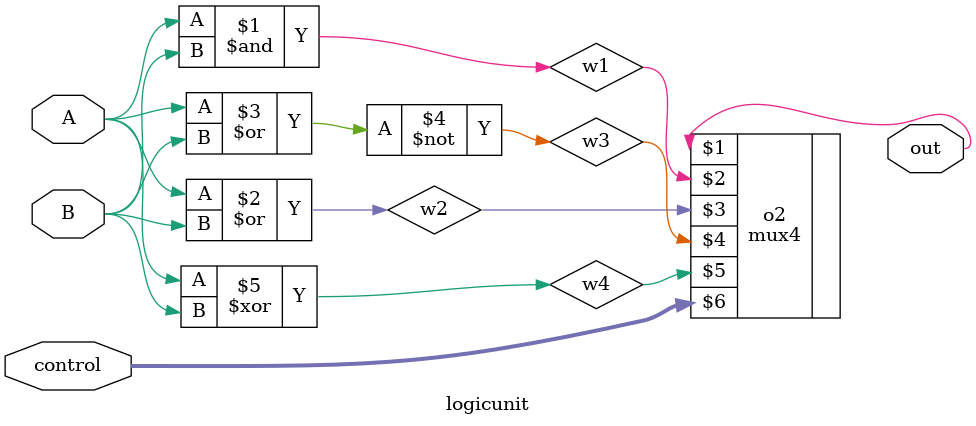
<source format=v>
module logicunit(out, A, B, control);
    output      out;
    input       A, B;
    input [1:0] control;
    wire w1, w2, w3, w4;

    and a1(w1, A, B);
    or  o1(w2, A, B);
    nor n1(w3, A, B);
    xor x1(w4, A, B);
    
    mux4 o2(out,w1,w2,w3,w4, control[1:0]);

endmodule // logicunit

</source>
